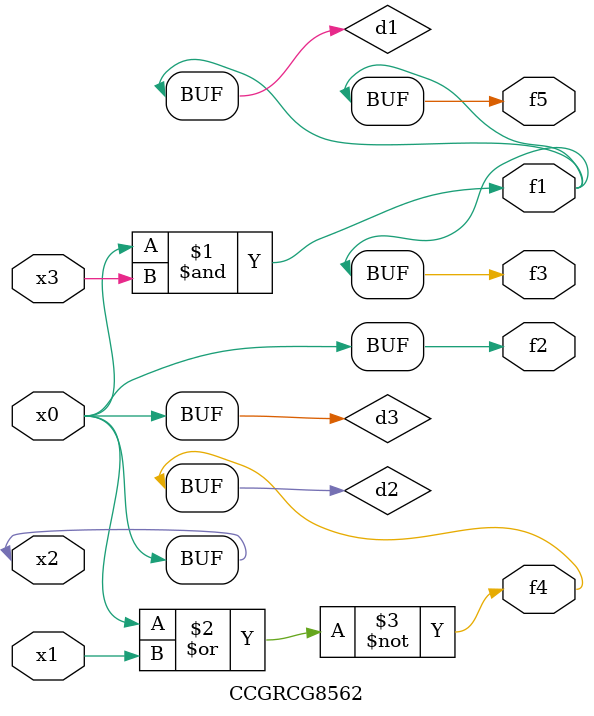
<source format=v>
module CCGRCG8562(
	input x0, x1, x2, x3,
	output f1, f2, f3, f4, f5
);

	wire d1, d2, d3;

	and (d1, x2, x3);
	nor (d2, x0, x1);
	buf (d3, x0, x2);
	assign f1 = d1;
	assign f2 = d3;
	assign f3 = d1;
	assign f4 = d2;
	assign f5 = d1;
endmodule

</source>
